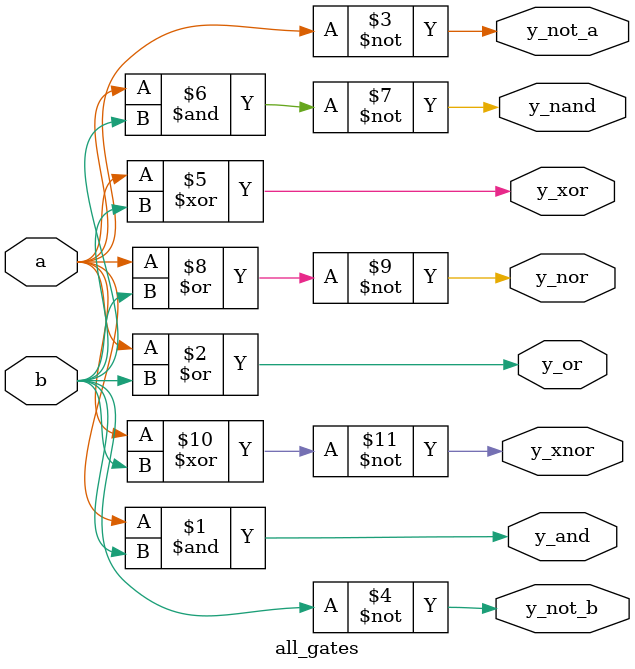
<source format=sv>
`timescale 1ns / 1ps

module all_gates(input logic a, b, output logic y_and, y_or, y_not_a, y_not_b, y_xor, y_nand, y_nor, y_xnor);
  assign y_and = a & b;
  assign y_or = a | b;
  assign y_not_a = ~a;
  assign y_not_b = ~b;
  assign y_xor = a ^ b;
  assign y_nand = ~(a & b);
  assign y_nor = ~(a | b);
  assign y_xnor = ~(a ^ b);
endmodule

</source>
